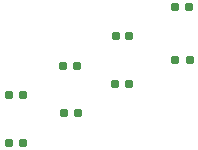
<source format=gbr>
%TF.GenerationSoftware,KiCad,Pcbnew,8.0.8*%
%TF.CreationDate,2025-02-10T02:06:15-08:00*%
%TF.ProjectId,514_FinalProject,3531345f-4669-46e6-916c-50726f6a6563,rev?*%
%TF.SameCoordinates,Original*%
%TF.FileFunction,Paste,Top*%
%TF.FilePolarity,Positive*%
%FSLAX46Y46*%
G04 Gerber Fmt 4.6, Leading zero omitted, Abs format (unit mm)*
G04 Created by KiCad (PCBNEW 8.0.8) date 2025-02-10 02:06:15*
%MOMM*%
%LPD*%
G01*
G04 APERTURE LIST*
G04 Aperture macros list*
%AMRoundRect*
0 Rectangle with rounded corners*
0 $1 Rounding radius*
0 $2 $3 $4 $5 $6 $7 $8 $9 X,Y pos of 4 corners*
0 Add a 4 corners polygon primitive as box body*
4,1,4,$2,$3,$4,$5,$6,$7,$8,$9,$2,$3,0*
0 Add four circle primitives for the rounded corners*
1,1,$1+$1,$2,$3*
1,1,$1+$1,$4,$5*
1,1,$1+$1,$6,$7*
1,1,$1+$1,$8,$9*
0 Add four rect primitives between the rounded corners*
20,1,$1+$1,$2,$3,$4,$5,0*
20,1,$1+$1,$4,$5,$6,$7,0*
20,1,$1+$1,$6,$7,$8,$9,0*
20,1,$1+$1,$8,$9,$2,$3,0*%
G04 Aperture macros list end*
%ADD10RoundRect,0.155000X0.212500X0.155000X-0.212500X0.155000X-0.212500X-0.155000X0.212500X-0.155000X0*%
%ADD11RoundRect,0.160000X-0.197500X-0.160000X0.197500X-0.160000X0.197500X0.160000X-0.197500X0.160000X0*%
G04 APERTURE END LIST*
D10*
%TO.C,C4*%
X126135000Y-83000000D03*
X125000000Y-83000000D03*
%TD*%
%TO.C,C1*%
X112067500Y-90500000D03*
X110932500Y-90500000D03*
%TD*%
%TO.C,C3*%
X121067500Y-85500000D03*
X119932500Y-85500000D03*
%TD*%
D11*
%TO.C,R1*%
X110902500Y-94500000D03*
X112097500Y-94500000D03*
%TD*%
%TO.C,R3*%
X119902500Y-89500000D03*
X121097500Y-89500000D03*
%TD*%
%TO.C,R2*%
X115567500Y-92000000D03*
X116762500Y-92000000D03*
%TD*%
%TO.C,R4*%
X125000000Y-87500000D03*
X126195000Y-87500000D03*
%TD*%
D10*
%TO.C,C2*%
X116635000Y-88000000D03*
X115500000Y-88000000D03*
%TD*%
M02*

</source>
